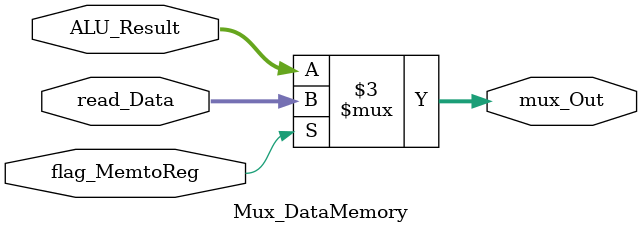
<source format=v>
module Mux_DataMemory (ALU_Result, read_Data, flag_MemtoReg, mux_Out);

	input [31:0] ALU_Result, read_Data;
	input flag_MemtoReg;
	output reg [31:0] mux_Out;
	
	always@(*)
	begin
		if (flag_MemtoReg)
			mux_Out = read_Data;
		else
			mux_Out = ALU_Result;
	end

endmodule

</source>
